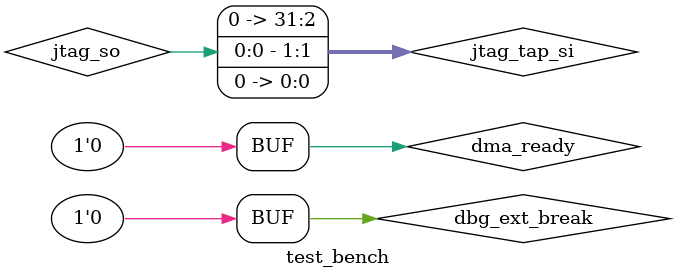
<source format=v>




`timescale 1ns/1ps

module test_bench;
  wire clock;
  wire reset;
  wire [15:0] pm_read;
  wire [15:0] pm_addr;
  wire [15:0] pm_write;
  wire pm_st;
  wire pm_ld;
  wire signed [15:0] dm_read;
  wire [15:0] dm_addr;
  wire signed [15:0] dm_write;
  wire dm_st;
  wire dm_ld;
  wire dma_ready;
  wire [7:0] ireq_inp;
  wire halted_out;
  wire debug_out;
  wire trace_data_valid;
  wire [15:0] trace_data;
  wire [7:0] iack_out;
  wire jtag_tck;
  wire [15:0] jtag_ireg;
  wire jtag_si;
  wire jtag_so;
  wire jtag_capture_dr;
  wire jtag_update_dr;
  wire jtag_shift_dr;
  wire jtag_update_ir;
  wire dbg_ext_break;
  wire dbg_set_break;
  wire jtag_trst;
  wire [31:0] jtag_tap_si;
  wire jtag_tdi;
  wire jtag_tms;
  wire jtag_tap_so;
  wire jtag_tdo;

  parameter clock_period = 10;
  parameter reset_start = 12;
  parameter reset_width = 25;
  parameter ocd_clock_freq = 25;
  parameter PM_addr_size = 16;
  parameter PM_data_size = 16;
  parameter PM_file = "data.PM";
  parameter PM_id = 0;
  parameter PM_size = 65536;
  parameter reg_log = 1'b1;
  parameter DM_addr_size = 16;
  parameter DM_data_size = 16;
  parameter DM_file = "data.DM";
  parameter DM_id = 1;
  parameter DM_size = 65536;
  parameter nid = 1;

  clock_gen #(clock_period, reset_start, reset_width) inst_clock_gen(
      .reset_out(reset),
      .clock_out(clock));

  tb_irq_inp inst_tb_irq_inp(
      .reset(reset),
      .clock(clock),
      .ireq_inp_out(ireq_inp));

  tb_mem_PM #(PM_addr_size, PM_data_size, PM_file, PM_id, PM_size, reg_log) inst_tb_mem_PM(
      .reset(reset),
      .clock(clock),
      .pm_addr_in(pm_addr),
      .pm_ld_in(pm_ld),
      .pm_st_in(pm_st),
      .pm_write_in(pm_write),
      .pm_read_out(pm_read));

  tb_mem_DM #(DM_addr_size, DM_data_size, DM_file, DM_id, DM_size, reg_log) inst_tb_mem_DM(
      .reset(reset),
      .clock(clock),
      .dm_addr_in(dm_addr),
      .dm_ld_in(dm_ld),
      .dm_st_in(dm_st),
      .dm_write_in(dm_write),
      .dm_read_out(dm_read));

  tmicro #(reg_log, nid) inst_tmicro(
      .clock(clock),
      .reset_ext(reset),
      .pm_read_in(pm_read),
      .pm_addr_out(pm_addr),
      .pm_write_out(pm_write),
      .pm_st_out(pm_st),
      .pm_ld_out(pm_ld),
      .dm_read_in(dm_read),
      .dm_addr_out(dm_addr),
      .dm_write_out(dm_write),
      .dm_st_out(dm_st),
      .dm_ld_out(dm_ld),
      .dma_ready_in(dma_ready),
      .ireq_inp_in(ireq_inp),
      .halted_out_out(halted_out),
      .debug_out_out(debug_out),
      .trace_data_valid_out(trace_data_valid),
      .trace_data_out(trace_data),
      .iack_out_out(iack_out),
      .jtag_tck_in(jtag_tck),
      .jtag_ireg_in(jtag_ireg),
      .jtag_si_in(jtag_si),
      .jtag_so_out(jtag_so),
      .jtag_capture_dr_in(jtag_capture_dr),
      .jtag_update_dr_in(jtag_update_dr),
      .jtag_shift_dr_in(jtag_shift_dr),
      .jtag_update_ir_in(jtag_update_ir),
      .dbg_ext_break_in(dbg_ext_break),
      .dbg_set_break_out(dbg_set_break));

  jtag_tap_controller inst_jtag_tap_controller(
      .jtag_trst(jtag_trst),
      .jtag_tap_si_in(jtag_tap_si),
      .jtag_tck_in(jtag_tck),
      .jtag_tdi_in(jtag_tdi),
      .jtag_tms_in(jtag_tms),
      .jtag_capture_dr_out(jtag_capture_dr),
      .jtag_ireg_out(jtag_ireg),
      .jtag_shift_dr_out(jtag_shift_dr),
      .jtag_tap_so_out(jtag_tap_so),
      .jtag_tdo_out(jtag_tdo),
      .jtag_update_dr_out(jtag_update_dr),
      .jtag_update_ir_out(jtag_update_ir));

  jtag_emulator #(ocd_clock_freq) inst_jtag_emulator(
      .jtag_tdo_in(jtag_tdo),
      .jtag_tck_out(jtag_tck),
      .jtag_tdi_out(jtag_tdi),
      .jtag_tms_out(jtag_tms),
      .jtag_trst_out(jtag_trst));

  assign jtag_si = jtag_tap_so;
  assign jtag_tap_si[31:2] = 0;
  assign jtag_tap_si[1] = jtag_so;
  assign jtag_tap_si[0] = 0;
  assign dma_ready = 0;
  assign dbg_ext_break = 0;
endmodule

</source>
